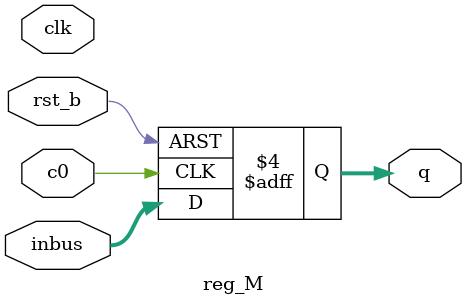
<source format=v>
module reg_M #(parameter w = 64)(
  input clk,
  input rst_b,
  input c0,
  input [w-1:0]inbus,
  output reg [w-1:0]q
);

  initial begin
    q <= {w{1'b0}};
  end

  always@(posedge c0 or negedge rst_b) begin
    if(!rst_b)
      q <= 0;
    else if(c0)
      q <= inbus;
  end
    
endmodule
</source>
